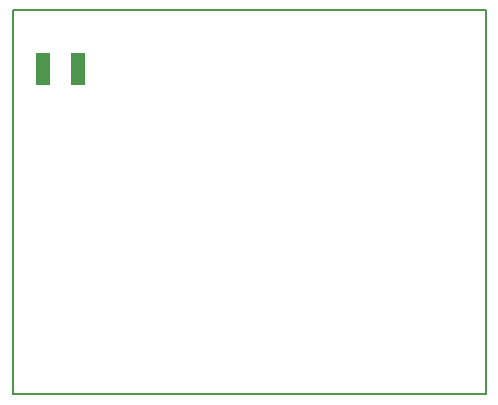
<source format=gbr>
G04 PROTEUS GERBER X2 FILE*
%TF.GenerationSoftware,Labcenter,Proteus,8.6-SP2-Build23525*%
%TF.CreationDate,2021-09-08T15:11:20+00:00*%
%TF.FileFunction,Paste,Top*%
%TF.FilePolarity,Positive*%
%TF.Part,Single*%
%FSLAX45Y45*%
%MOMM*%
G01*
%TA.AperFunction,Material*%
%ADD72R,1.143000X2.692400*%
%TA.AperFunction,Profile*%
%ADD19C,0.203200*%
%TD.AperFunction*%
D72*
X+250000Y+3250000D03*
X+550000Y+3250000D03*
D19*
X+0Y+500000D02*
X+4000000Y+500000D01*
X+4000000Y+3750000D01*
X+0Y+3750000D01*
X+0Y+500000D01*
M02*

</source>
